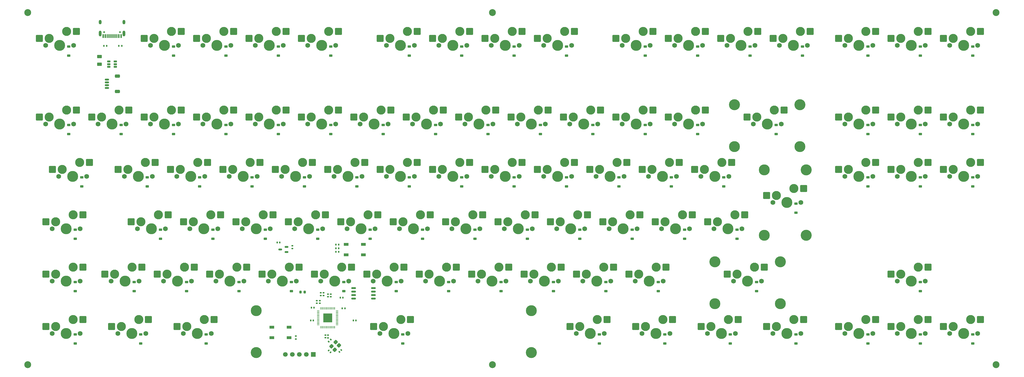
<source format=gbr>
%TF.GenerationSoftware,KiCad,Pcbnew,9.0.2*%
%TF.CreationDate,2025-07-01T21:42:39+02:00*%
%TF.ProjectId,TKL_PCB,544b4c5f-5043-4422-9e6b-696361645f70,rev?*%
%TF.SameCoordinates,Original*%
%TF.FileFunction,Soldermask,Bot*%
%TF.FilePolarity,Negative*%
%FSLAX46Y46*%
G04 Gerber Fmt 4.6, Leading zero omitted, Abs format (unit mm)*
G04 Created by KiCad (PCBNEW 9.0.2) date 2025-07-01 21:42:39*
%MOMM*%
%LPD*%
G01*
G04 APERTURE LIST*
G04 Aperture macros list*
%AMRoundRect*
0 Rectangle with rounded corners*
0 $1 Rounding radius*
0 $2 $3 $4 $5 $6 $7 $8 $9 X,Y pos of 4 corners*
0 Add a 4 corners polygon primitive as box body*
4,1,4,$2,$3,$4,$5,$6,$7,$8,$9,$2,$3,0*
0 Add four circle primitives for the rounded corners*
1,1,$1+$1,$2,$3*
1,1,$1+$1,$4,$5*
1,1,$1+$1,$6,$7*
1,1,$1+$1,$8,$9*
0 Add four rect primitives between the rounded corners*
20,1,$1+$1,$2,$3,$4,$5,0*
20,1,$1+$1,$4,$5,$6,$7,0*
20,1,$1+$1,$6,$7,$8,$9,0*
20,1,$1+$1,$8,$9,$2,$3,0*%
G04 Aperture macros list end*
%ADD10C,2.500000*%
%ADD11C,4.000000*%
%ADD12C,3.987800*%
%ADD13C,1.750000*%
%ADD14C,3.300000*%
%ADD15RoundRect,0.250000X1.025000X1.000000X-1.025000X1.000000X-1.025000X-1.000000X1.025000X-1.000000X0*%
%ADD16RoundRect,0.225000X0.375000X-0.225000X0.375000X0.225000X-0.375000X0.225000X-0.375000X-0.225000X0*%
%ADD17RoundRect,0.140000X-0.140000X-0.170000X0.140000X-0.170000X0.140000X0.170000X-0.140000X0.170000X0*%
%ADD18RoundRect,0.140000X0.170000X-0.140000X0.170000X0.140000X-0.170000X0.140000X-0.170000X-0.140000X0*%
%ADD19RoundRect,0.135000X0.135000X0.185000X-0.135000X0.185000X-0.135000X-0.185000X0.135000X-0.185000X0*%
%ADD20RoundRect,0.135000X0.035355X-0.226274X0.226274X-0.035355X-0.035355X0.226274X-0.226274X0.035355X0*%
%ADD21RoundRect,0.140000X0.140000X0.170000X-0.140000X0.170000X-0.140000X-0.170000X0.140000X-0.170000X0*%
%ADD22R,1.700000X1.000000*%
%ADD23RoundRect,0.140000X-0.170000X0.140000X-0.170000X-0.140000X0.170000X-0.140000X0.170000X0.140000X0*%
%ADD24RoundRect,0.150000X0.512500X0.150000X-0.512500X0.150000X-0.512500X-0.150000X0.512500X-0.150000X0*%
%ADD25RoundRect,0.135000X-0.185000X0.135000X-0.185000X-0.135000X0.185000X-0.135000X0.185000X0.135000X0*%
%ADD26RoundRect,0.135000X-0.135000X-0.185000X0.135000X-0.185000X0.135000X0.185000X-0.135000X0.185000X0*%
%ADD27C,0.650000*%
%ADD28R,0.600000X1.450000*%
%ADD29R,0.300000X1.450000*%
%ADD30O,1.000000X1.600000*%
%ADD31O,1.000000X2.100000*%
%ADD32RoundRect,0.140000X0.219203X0.021213X0.021213X0.219203X-0.219203X-0.021213X-0.021213X-0.219203X0*%
%ADD33RoundRect,0.250000X-0.070711X-0.565685X0.565685X0.070711X0.070711X0.565685X-0.565685X-0.070711X0*%
%ADD34RoundRect,0.150000X-0.625000X0.150000X-0.625000X-0.150000X0.625000X-0.150000X0.625000X0.150000X0*%
%ADD35RoundRect,0.250000X-0.650000X0.350000X-0.650000X-0.350000X0.650000X-0.350000X0.650000X0.350000X0*%
%ADD36RoundRect,0.050000X0.387500X0.050000X-0.387500X0.050000X-0.387500X-0.050000X0.387500X-0.050000X0*%
%ADD37RoundRect,0.050000X0.050000X0.387500X-0.050000X0.387500X-0.050000X-0.387500X0.050000X-0.387500X0*%
%ADD38R,3.200000X3.200000*%
%ADD39RoundRect,0.150000X0.475000X0.150000X-0.475000X0.150000X-0.475000X-0.150000X0.475000X-0.150000X0*%
%ADD40RoundRect,0.162500X0.650000X0.162500X-0.650000X0.162500X-0.650000X-0.162500X0.650000X-0.162500X0*%
%ADD41RoundRect,0.225000X0.225000X0.250000X-0.225000X0.250000X-0.225000X-0.250000X0.225000X-0.250000X0*%
%ADD42RoundRect,0.140000X0.021213X-0.219203X0.219203X-0.021213X-0.021213X0.219203X-0.219203X0.021213X0*%
%ADD43R,1.700000X1.700000*%
%ADD44C,1.700000*%
%ADD45RoundRect,0.250000X-0.625000X0.375000X-0.625000X-0.375000X0.625000X-0.375000X0.625000X0.375000X0*%
G04 APERTURE END LIST*
D10*
%TO.C,H6*%
X364093750Y-142637500D03*
%TD*%
%TO.C,H5*%
X180975000Y-142637500D03*
%TD*%
%TO.C,H4*%
X12143750Y-142637500D03*
%TD*%
%TO.C,H3*%
X364093750Y-14525000D03*
%TD*%
%TO.C,H2*%
X180975000Y-14525000D03*
%TD*%
%TO.C,H1*%
X12143750Y-14525000D03*
%TD*%
D11*
%TO.C,S3*%
X268988750Y-48120000D03*
D12*
X268988750Y-63360000D03*
D11*
X292801250Y-48120000D03*
D12*
X292801250Y-63360000D03*
%TD*%
D11*
%TO.C,S2*%
X261845050Y-105270000D03*
D12*
X261845050Y-120510000D03*
D11*
X285657550Y-105270000D03*
D12*
X285657550Y-120510000D03*
%TD*%
D11*
%TO.C,S1*%
X195170050Y-138290000D03*
D12*
X195170050Y-123050000D03*
D11*
X95157550Y-138290000D03*
D12*
X95157550Y-123050000D03*
%TD*%
%TO.C,S4*%
X279783800Y-71773750D03*
X279783800Y-95586250D03*
D11*
X295023800Y-71773750D03*
X295023800Y-95586250D03*
%TD*%
D13*
%TO.C,MX72*%
X185962500Y-112255000D03*
D12*
X180882500Y-112255000D03*
D13*
X175802500Y-112255000D03*
D14*
X177072500Y-109715000D03*
D15*
X173522500Y-109715000D03*
X186972500Y-107175000D03*
D14*
X183422500Y-107175000D03*
%TD*%
D13*
%TO.C,MX53*%
X81187500Y-93205000D03*
D12*
X76107500Y-93205000D03*
D13*
X71027500Y-93205000D03*
D14*
X72297500Y-90665000D03*
D15*
X68747500Y-90665000D03*
X82197500Y-88125000D03*
D14*
X78647500Y-88125000D03*
%TD*%
D16*
%TO.C,D5*%
X122237500Y-30225000D03*
X122237500Y-26925000D03*
%TD*%
%TO.C,D59*%
X193675000Y-96900000D03*
X193675000Y-93600000D03*
%TD*%
%TO.C,D51*%
X29362500Y-96900000D03*
X29362500Y-93600000D03*
%TD*%
D17*
%TO.C,C9*%
X130434646Y-126601094D03*
X131394646Y-126601094D03*
%TD*%
D16*
%TO.C,D2*%
X65087500Y-30225000D03*
X65087500Y-26925000D03*
%TD*%
D13*
%TO.C,MX55*%
X119287500Y-93205000D03*
D12*
X114207500Y-93205000D03*
D13*
X109127500Y-93205000D03*
D14*
X110397500Y-90665000D03*
D15*
X106847500Y-90665000D03*
X120297500Y-88125000D03*
D14*
X116747500Y-88125000D03*
%TD*%
D13*
%TO.C,MX64*%
X31181300Y-112255000D03*
D12*
X26101300Y-112255000D03*
D13*
X21021300Y-112255000D03*
D14*
X22291300Y-109715000D03*
D15*
X18741300Y-109715000D03*
X32191300Y-107175000D03*
D14*
X28641300Y-107175000D03*
%TD*%
D16*
%TO.C,D82*%
X219868800Y-135000000D03*
X219868800Y-131700000D03*
%TD*%
%TO.C,D60*%
X212725000Y-96900000D03*
X212725000Y-93600000D03*
%TD*%
%TO.C,D65*%
X50800000Y-115950000D03*
X50800000Y-112650000D03*
%TD*%
%TO.C,D73*%
X203200000Y-115950000D03*
X203200000Y-112650000D03*
%TD*%
D18*
%TO.C,C15*%
X117189750Y-120318650D03*
X117189750Y-119358650D03*
%TD*%
D19*
%TO.C,R2*%
X40834499Y-26633400D03*
X39814501Y-26633400D03*
%TD*%
D16*
%TO.C,D56*%
X136525000Y-96900000D03*
X136525000Y-93600000D03*
%TD*%
%TO.C,D55*%
X117475000Y-96900000D03*
X117475000Y-93600000D03*
%TD*%
D20*
%TO.C,R6*%
X121516252Y-134255018D03*
X122237500Y-133533770D03*
%TD*%
D21*
%TO.C,C1*%
X103749739Y-98185175D03*
X102789739Y-98185175D03*
%TD*%
D16*
%TO.C,D23*%
X141287500Y-58800000D03*
X141287500Y-55500000D03*
%TD*%
D13*
%TO.C,MX54*%
X100237500Y-93205000D03*
D12*
X95157500Y-93205000D03*
D13*
X90077500Y-93205000D03*
D14*
X91347500Y-90665000D03*
D15*
X87797500Y-90665000D03*
X101247500Y-88125000D03*
D14*
X97697500Y-88125000D03*
%TD*%
D16*
%TO.C,D45*%
X246062500Y-77850000D03*
X246062500Y-74550000D03*
%TD*%
D13*
%TO.C,MX75*%
X243112500Y-112255000D03*
D12*
X238032500Y-112255000D03*
D13*
X232952500Y-112255000D03*
D14*
X234222500Y-109715000D03*
D15*
X230672500Y-109715000D03*
X244122500Y-107175000D03*
D14*
X240572500Y-107175000D03*
%TD*%
D22*
%TO.C,SW1*%
X107131250Y-129068750D03*
X100831250Y-129068750D03*
X107131250Y-132868750D03*
X100831250Y-132868750D03*
%TD*%
D13*
%TO.C,MX56*%
X138337500Y-93205000D03*
D12*
X133257500Y-93205000D03*
D13*
X128177500Y-93205000D03*
D14*
X129447500Y-90665000D03*
D15*
X125897500Y-90665000D03*
X139347500Y-88125000D03*
D14*
X135797500Y-88125000D03*
%TD*%
D16*
%TO.C,D32*%
X336550000Y-58800000D03*
X336550000Y-55500000D03*
%TD*%
%TO.C,D14*%
X317500000Y-30225000D03*
X317500000Y-26925000D03*
%TD*%
%TO.C,D7*%
X169862500Y-30225000D03*
X169862500Y-26925000D03*
%TD*%
D13*
%TO.C,MX65*%
X52612500Y-112255000D03*
D12*
X47532500Y-112255000D03*
D13*
X42452500Y-112255000D03*
D14*
X43722500Y-109715000D03*
D15*
X40172500Y-109715000D03*
X53622500Y-107175000D03*
D14*
X50072500Y-107175000D03*
%TD*%
D13*
%TO.C,MX73*%
X205012500Y-112255000D03*
D12*
X199932500Y-112255000D03*
D13*
X194852500Y-112255000D03*
D14*
X196122500Y-109715000D03*
D15*
X192572500Y-109715000D03*
X206022500Y-107175000D03*
D14*
X202472500Y-107175000D03*
%TD*%
D16*
%TO.C,D41*%
X169862500Y-77850000D03*
X169862500Y-74550000D03*
%TD*%
%TO.C,D10*%
X236537500Y-30225000D03*
X236537500Y-26925000D03*
%TD*%
D13*
%TO.C,MX44*%
X228825000Y-74155000D03*
D12*
X223745000Y-74155000D03*
D13*
X218665000Y-74155000D03*
D14*
X219935000Y-71615000D03*
D15*
X216385000Y-71615000D03*
X229835000Y-69075000D03*
D14*
X226285000Y-69075000D03*
%TD*%
D13*
%TO.C,MX32*%
X338362500Y-55105000D03*
D12*
X333282500Y-55105000D03*
D13*
X328202500Y-55105000D03*
D14*
X329472500Y-52565000D03*
D15*
X325922500Y-52565000D03*
X339372500Y-50025000D03*
D14*
X335822500Y-50025000D03*
%TD*%
D13*
%TO.C,MX8*%
X190725000Y-26530000D03*
D12*
X185645000Y-26530000D03*
D13*
X180565000Y-26530000D03*
D14*
X181835000Y-23990000D03*
D15*
X178285000Y-23990000D03*
X191735000Y-21450000D03*
D14*
X188185000Y-21450000D03*
%TD*%
D19*
%TO.C,R7*%
X125152300Y-101590967D03*
X124132302Y-101590967D03*
%TD*%
D16*
%TO.C,D15*%
X336550000Y-30225000D03*
X336550000Y-26925000D03*
%TD*%
D13*
%TO.C,MX15*%
X338362500Y-26530000D03*
D12*
X333282500Y-26530000D03*
D13*
X328202500Y-26530000D03*
D14*
X329472500Y-23990000D03*
D15*
X325922500Y-23990000D03*
X339372500Y-21450000D03*
D14*
X335822500Y-21450000D03*
%TD*%
D23*
%TO.C,C5*%
X120308077Y-131919244D03*
X120308077Y-132879244D03*
%TD*%
D13*
%TO.C,MX17*%
X28800000Y-55105000D03*
D12*
X23720000Y-55105000D03*
D13*
X18640000Y-55105000D03*
D14*
X19910000Y-52565000D03*
D15*
X16360000Y-52565000D03*
X29810000Y-50025000D03*
D14*
X26260000Y-50025000D03*
%TD*%
D16*
%TO.C,D33*%
X355600000Y-58800000D03*
X355600000Y-55500000D03*
%TD*%
%TO.C,D22*%
X122237500Y-58800000D03*
X122237500Y-55500000D03*
%TD*%
%TO.C,D26*%
X198437500Y-58800000D03*
X198437500Y-55500000D03*
%TD*%
D13*
%TO.C,MX83*%
X245493800Y-131305000D03*
D12*
X240413800Y-131305000D03*
D13*
X235333800Y-131305000D03*
D14*
X236603800Y-128765000D03*
D15*
X233053800Y-128765000D03*
X246503800Y-126225000D03*
D14*
X242953800Y-126225000D03*
%TD*%
D16*
%TO.C,D77*%
X336550000Y-115950000D03*
X336550000Y-112650000D03*
%TD*%
D19*
%TO.C,R9*%
X125177655Y-98978881D03*
X124157657Y-98978881D03*
%TD*%
D24*
%TO.C,U2*%
X106181129Y-99802154D03*
X106181129Y-101702154D03*
X103906129Y-100752154D03*
%TD*%
D13*
%TO.C,MX67*%
X90712500Y-112255000D03*
D12*
X85632500Y-112255000D03*
D13*
X80552500Y-112255000D03*
D14*
X81822500Y-109715000D03*
D15*
X78272500Y-109715000D03*
X91722500Y-107175000D03*
D14*
X88172500Y-107175000D03*
%TD*%
D13*
%TO.C,MX87*%
X338362500Y-131305000D03*
D12*
X333282500Y-131305000D03*
D13*
X328202500Y-131305000D03*
D14*
X329472500Y-128765000D03*
D15*
X325922500Y-128765000D03*
X339372500Y-126225000D03*
D14*
X335822500Y-126225000D03*
%TD*%
D13*
%TO.C,MX82*%
X221681300Y-131305000D03*
D12*
X216601300Y-131305000D03*
D13*
X211521300Y-131305000D03*
D14*
X212791300Y-128765000D03*
D15*
X209241300Y-128765000D03*
X222691300Y-126225000D03*
D14*
X219141300Y-126225000D03*
%TD*%
D16*
%TO.C,D71*%
X165100000Y-115950000D03*
X165100000Y-112650000D03*
%TD*%
%TO.C,D18*%
X46037500Y-58800000D03*
X46037500Y-55500000D03*
%TD*%
D13*
%TO.C,MX26*%
X200250000Y-55105000D03*
D12*
X195170000Y-55105000D03*
D13*
X190090000Y-55105000D03*
D14*
X191360000Y-52565000D03*
D15*
X187810000Y-52565000D03*
X201260000Y-50025000D03*
D14*
X197710000Y-50025000D03*
%TD*%
D13*
%TO.C,MX37*%
X95475000Y-74155000D03*
D12*
X90395000Y-74155000D03*
D13*
X85315000Y-74155000D03*
D14*
X86585000Y-71615000D03*
D15*
X83035000Y-71615000D03*
X96485000Y-69075000D03*
D14*
X92935000Y-69075000D03*
%TD*%
D13*
%TO.C,MX84*%
X269306300Y-131305000D03*
D12*
X264226300Y-131305000D03*
D13*
X259146300Y-131305000D03*
D14*
X260416300Y-128765000D03*
D15*
X256866300Y-128765000D03*
X270316300Y-126225000D03*
D14*
X266766300Y-126225000D03*
%TD*%
D16*
%TO.C,D8*%
X188912500Y-30225000D03*
X188912500Y-26925000D03*
%TD*%
D13*
%TO.C,MX27*%
X219300000Y-55105000D03*
D12*
X214220000Y-55105000D03*
D13*
X209140000Y-55105000D03*
D14*
X210410000Y-52565000D03*
D15*
X206860000Y-52565000D03*
X220310000Y-50025000D03*
D14*
X216760000Y-50025000D03*
%TD*%
D16*
%TO.C,D52*%
X60325000Y-96900000D03*
X60325000Y-93600000D03*
%TD*%
%TO.C,D58*%
X174625000Y-96900000D03*
X174625000Y-93600000D03*
%TD*%
%TO.C,D86*%
X317500000Y-135000000D03*
X317500000Y-131700000D03*
%TD*%
D18*
%TO.C,C13*%
X122237500Y-117939300D03*
X122237500Y-116979300D03*
%TD*%
D13*
%TO.C,MX19*%
X66900000Y-55105000D03*
D12*
X61820000Y-55105000D03*
D13*
X56740000Y-55105000D03*
D14*
X58010000Y-52565000D03*
D15*
X54460000Y-52565000D03*
X67910000Y-50025000D03*
D14*
X64360000Y-50025000D03*
%TD*%
D13*
%TO.C,MX22*%
X124050000Y-55105000D03*
D12*
X118970000Y-55105000D03*
D13*
X113890000Y-55105000D03*
D14*
X115160000Y-52565000D03*
D15*
X111610000Y-52565000D03*
X125060000Y-50025000D03*
D14*
X121510000Y-50025000D03*
%TD*%
D25*
%TO.C,R4*%
X119646646Y-116495794D03*
X119646646Y-117515794D03*
%TD*%
D13*
%TO.C,MX63*%
X271687500Y-93205000D03*
D12*
X266607500Y-93205000D03*
D13*
X261527500Y-93205000D03*
D14*
X262797500Y-90665000D03*
D15*
X259247500Y-90665000D03*
X272697500Y-88125000D03*
D14*
X269147500Y-88125000D03*
%TD*%
D22*
%TO.C,SW2*%
X134118749Y-98930535D03*
X127818751Y-98930535D03*
X134118749Y-102730535D03*
X127818751Y-102730535D03*
%TD*%
D13*
%TO.C,MX57*%
X157387500Y-93205000D03*
D12*
X152307500Y-93205000D03*
D13*
X147227500Y-93205000D03*
D14*
X148497500Y-90665000D03*
D15*
X144947500Y-90665000D03*
X158397500Y-88125000D03*
D14*
X154847500Y-88125000D03*
%TD*%
D16*
%TO.C,D64*%
X29368800Y-115950000D03*
X29368800Y-112650000D03*
%TD*%
D26*
%TO.C,R8*%
X124121262Y-100360420D03*
X125141260Y-100360420D03*
%TD*%
D16*
%TO.C,D24*%
X160337500Y-58800000D03*
X160337500Y-55500000D03*
%TD*%
D13*
%TO.C,MX71*%
X166912500Y-112255000D03*
D12*
X161832500Y-112255000D03*
D13*
X156752500Y-112255000D03*
D14*
X158022500Y-109715000D03*
D15*
X154472500Y-109715000D03*
X167922500Y-107175000D03*
D14*
X164372500Y-107175000D03*
%TD*%
D13*
%TO.C,MX24*%
X162150000Y-55105000D03*
D12*
X157070000Y-55105000D03*
D13*
X151990000Y-55105000D03*
D14*
X153260000Y-52565000D03*
D15*
X149710000Y-52565000D03*
X163160000Y-50025000D03*
D14*
X159610000Y-50025000D03*
%TD*%
D13*
%TO.C,MX20*%
X85950000Y-55105000D03*
D12*
X80870000Y-55105000D03*
D13*
X75790000Y-55105000D03*
D14*
X77060000Y-52565000D03*
D15*
X73510000Y-52565000D03*
X86960000Y-50025000D03*
D14*
X83410000Y-50025000D03*
%TD*%
D13*
%TO.C,MX4*%
X105000000Y-26530000D03*
D12*
X99920000Y-26530000D03*
D13*
X94840000Y-26530000D03*
D14*
X96110000Y-23990000D03*
D15*
X92560000Y-23990000D03*
X106010000Y-21450000D03*
D14*
X102460000Y-21450000D03*
%TD*%
D13*
%TO.C,MX2*%
X66900000Y-26530000D03*
D12*
X61820000Y-26530000D03*
D13*
X56740000Y-26530000D03*
D14*
X58010000Y-23990000D03*
D15*
X54460000Y-23990000D03*
X67910000Y-21450000D03*
D14*
X64360000Y-21450000D03*
%TD*%
D13*
%TO.C,MX18*%
X47850000Y-55105000D03*
D12*
X42770000Y-55105000D03*
D13*
X37690000Y-55105000D03*
D14*
X38960000Y-52565000D03*
D15*
X35410000Y-52565000D03*
X48860000Y-50025000D03*
D14*
X45310000Y-50025000D03*
%TD*%
D13*
%TO.C,MX61*%
X233587500Y-93205000D03*
D12*
X228507500Y-93205000D03*
D13*
X223427500Y-93205000D03*
D14*
X224697500Y-90665000D03*
D15*
X221147500Y-90665000D03*
X234597500Y-88125000D03*
D14*
X231047500Y-88125000D03*
%TD*%
D16*
%TO.C,D6*%
X150812500Y-30225000D03*
X150812500Y-26925000D03*
%TD*%
D13*
%TO.C,MX3*%
X85950000Y-26530000D03*
D12*
X80870000Y-26530000D03*
D13*
X75790000Y-26530000D03*
D14*
X77060000Y-23990000D03*
D15*
X73510000Y-23990000D03*
X86960000Y-21450000D03*
D14*
X83410000Y-21450000D03*
%TD*%
D16*
%TO.C,D85*%
X291306300Y-135000000D03*
X291306300Y-131700000D03*
%TD*%
%TO.C,D49*%
X336550000Y-77850000D03*
X336550000Y-74550000D03*
%TD*%
D17*
%TO.C,C8*%
X126426746Y-122179694D03*
X127386746Y-122179694D03*
%TD*%
D13*
%TO.C,MX38*%
X114525000Y-74155000D03*
D12*
X109445000Y-74155000D03*
D13*
X104365000Y-74155000D03*
D14*
X105635000Y-71615000D03*
D15*
X102085000Y-71615000D03*
X115535000Y-69075000D03*
D14*
X111985000Y-69075000D03*
%TD*%
D13*
%TO.C,MX88*%
X357412500Y-131305000D03*
D12*
X352332500Y-131305000D03*
D13*
X347252500Y-131305000D03*
D14*
X348522500Y-128765000D03*
D15*
X344972500Y-128765000D03*
X358422500Y-126225000D03*
D14*
X354872500Y-126225000D03*
%TD*%
D16*
%TO.C,D70*%
X146050000Y-115950000D03*
X146050000Y-112650000D03*
%TD*%
%TO.C,D79*%
X53181300Y-135000000D03*
X53181300Y-131700000D03*
%TD*%
D13*
%TO.C,MX40*%
X152625000Y-74155000D03*
D12*
X147545000Y-74155000D03*
D13*
X142465000Y-74155000D03*
D14*
X143735000Y-71615000D03*
D15*
X140185000Y-71615000D03*
X153635000Y-69075000D03*
D14*
X150085000Y-69075000D03*
%TD*%
D16*
%TO.C,D39*%
X131762500Y-77850000D03*
X131762500Y-74550000D03*
%TD*%
D13*
%TO.C,MX41*%
X171675000Y-74155000D03*
D12*
X166595000Y-74155000D03*
D13*
X161515000Y-74155000D03*
D14*
X162785000Y-71615000D03*
D15*
X159235000Y-71615000D03*
X172685000Y-69075000D03*
D14*
X169135000Y-69075000D03*
%TD*%
D16*
%TO.C,D88*%
X355600000Y-135000000D03*
X355600000Y-131700000D03*
%TD*%
D21*
%TO.C,C7*%
X115936746Y-126573694D03*
X114976746Y-126573694D03*
%TD*%
D13*
%TO.C,MX70*%
X147862500Y-112255000D03*
D12*
X142782500Y-112255000D03*
D13*
X137702500Y-112255000D03*
D14*
X138972500Y-109715000D03*
D15*
X135422500Y-109715000D03*
X148872500Y-107175000D03*
D14*
X145322500Y-107175000D03*
%TD*%
D18*
%TO.C,C4*%
X118268750Y-120336250D03*
X118268750Y-119376250D03*
%TD*%
D13*
%TO.C,MX13*%
X295500000Y-26530000D03*
D12*
X290420000Y-26530000D03*
D13*
X285340000Y-26530000D03*
D14*
X286610000Y-23990000D03*
D15*
X283060000Y-23990000D03*
X296510000Y-21450000D03*
D14*
X292960000Y-21450000D03*
%TD*%
D16*
%TO.C,D48*%
X317500000Y-77850000D03*
X317500000Y-74550000D03*
%TD*%
D18*
%TO.C,C2*%
X108312229Y-100381154D03*
X108312229Y-99421154D03*
%TD*%
D13*
%TO.C,MX42*%
X190725000Y-74155000D03*
D12*
X185645000Y-74155000D03*
D13*
X180565000Y-74155000D03*
D14*
X181835000Y-71615000D03*
D15*
X178285000Y-71615000D03*
X191735000Y-69075000D03*
D14*
X188185000Y-69075000D03*
%TD*%
D13*
%TO.C,MX25*%
X181200000Y-55105000D03*
D12*
X176120000Y-55105000D03*
D13*
X171040000Y-55105000D03*
D14*
X172310000Y-52565000D03*
D15*
X168760000Y-52565000D03*
X182210000Y-50025000D03*
D14*
X178660000Y-50025000D03*
%TD*%
D13*
%TO.C,MX34*%
X33562500Y-74155000D03*
D12*
X28482500Y-74155000D03*
D13*
X23402500Y-74155000D03*
D14*
X24672500Y-71615000D03*
D15*
X21122500Y-71615000D03*
X34572500Y-69075000D03*
D14*
X31022500Y-69075000D03*
%TD*%
D16*
%TO.C,D81*%
X148431300Y-135000000D03*
X148431300Y-131700000D03*
%TD*%
D13*
%TO.C,MX23*%
X143100000Y-55105000D03*
D12*
X138020000Y-55105000D03*
D13*
X132940000Y-55105000D03*
D14*
X134210000Y-52565000D03*
D15*
X130660000Y-52565000D03*
X144110000Y-50025000D03*
D14*
X140560000Y-50025000D03*
%TD*%
D16*
%TO.C,D76*%
X277018800Y-115950000D03*
X277018800Y-112650000D03*
%TD*%
%TO.C,D36*%
X74612500Y-77850000D03*
X74612500Y-74550000D03*
%TD*%
D27*
%TO.C,J1*%
X39880000Y-21650000D03*
X45660000Y-21650000D03*
D28*
X39520000Y-23095000D03*
X40320000Y-23095000D03*
D29*
X41520000Y-23095000D03*
X42520000Y-23095000D03*
X43020000Y-23095000D03*
X44020000Y-23095000D03*
D28*
X45220000Y-23095000D03*
X46020000Y-23095000D03*
X46020000Y-23095000D03*
X45220000Y-23095000D03*
D29*
X44520000Y-23095000D03*
X43520000Y-23095000D03*
X42020000Y-23095000D03*
X41020000Y-23095000D03*
D28*
X40320000Y-23095000D03*
X39520000Y-23095000D03*
D30*
X38450000Y-18000000D03*
D31*
X38450000Y-22180000D03*
D30*
X47090000Y-18000000D03*
D31*
X47090000Y-22180000D03*
%TD*%
D26*
%TO.C,R1*%
X45252201Y-26642100D03*
X46272199Y-26642100D03*
%TD*%
D13*
%TO.C,MX52*%
X62137500Y-93205000D03*
D12*
X57057500Y-93205000D03*
D13*
X51977500Y-93205000D03*
D14*
X53247500Y-90665000D03*
D15*
X49697500Y-90665000D03*
X63147500Y-88125000D03*
D14*
X59597500Y-88125000D03*
%TD*%
D16*
%TO.C,D80*%
X76993800Y-135000000D03*
X76993800Y-131700000D03*
%TD*%
%TO.C,D46*%
X265112500Y-77850000D03*
X265112500Y-74550000D03*
%TD*%
D32*
%TO.C,C11*%
X122156787Y-138156405D03*
X121477965Y-137477583D03*
%TD*%
D21*
%TO.C,C12*%
X126686250Y-118268750D03*
X125726250Y-118268750D03*
%TD*%
D16*
%TO.C,D4*%
X103187500Y-30225000D03*
X103187500Y-26925000D03*
%TD*%
D13*
%TO.C,MX74*%
X224062500Y-112255000D03*
D12*
X218982500Y-112255000D03*
D13*
X213902500Y-112255000D03*
D14*
X215172500Y-109715000D03*
D15*
X211622500Y-109715000D03*
X225072500Y-107175000D03*
D14*
X221522500Y-107175000D03*
%TD*%
D16*
%TO.C,D83*%
X243681300Y-135000000D03*
X243681300Y-131700000D03*
%TD*%
%TO.C,D38*%
X112712500Y-77850000D03*
X112712500Y-74550000D03*
%TD*%
D33*
%TO.C,Y1*%
X122491018Y-136015771D03*
X124046653Y-134460136D03*
X125248734Y-135662217D03*
X123693099Y-137217852D03*
%TD*%
D16*
%TO.C,D16*%
X355600000Y-30225000D03*
X355600000Y-26925000D03*
%TD*%
D23*
%TO.C,C16*%
X121262670Y-131930409D03*
X121262670Y-132890409D03*
%TD*%
D16*
%TO.C,D3*%
X84137500Y-30225000D03*
X84137500Y-26925000D03*
%TD*%
D13*
%TO.C,MX35*%
X57375000Y-74155000D03*
D12*
X52295000Y-74155000D03*
D13*
X47215000Y-74155000D03*
D14*
X48485000Y-71615000D03*
D15*
X44935000Y-71615000D03*
X58385000Y-69075000D03*
D14*
X54835000Y-69075000D03*
%TD*%
D34*
%TO.C,J2*%
X40862500Y-38981250D03*
X40862500Y-39981250D03*
X40862500Y-40981250D03*
X40862500Y-41981250D03*
D35*
X44737500Y-37681250D03*
X44737500Y-43281250D03*
%TD*%
D16*
%TO.C,D21*%
X103187500Y-58800000D03*
X103187500Y-55500000D03*
%TD*%
%TO.C,D37*%
X93662500Y-77850000D03*
X93662500Y-74550000D03*
%TD*%
D18*
%TO.C,C14*%
X121211700Y-117955000D03*
X121211700Y-116995000D03*
%TD*%
D13*
%TO.C,MX21*%
X105000000Y-55105000D03*
D12*
X99920000Y-55105000D03*
D13*
X94840000Y-55105000D03*
D14*
X96110000Y-52565000D03*
D15*
X92560000Y-52565000D03*
X106010000Y-50025000D03*
D14*
X102460000Y-50025000D03*
%TD*%
D16*
%TO.C,D61*%
X231775000Y-96900000D03*
X231775000Y-93600000D03*
%TD*%
D13*
%TO.C,MX33*%
X357412500Y-55105000D03*
D12*
X352332500Y-55105000D03*
D13*
X347252500Y-55105000D03*
D14*
X348522500Y-52565000D03*
D15*
X344972500Y-52565000D03*
X358422500Y-50025000D03*
D14*
X354872500Y-50025000D03*
%TD*%
D13*
%TO.C,MX78*%
X31181300Y-131305000D03*
D12*
X26101300Y-131305000D03*
D13*
X21021300Y-131305000D03*
D14*
X22291300Y-128765000D03*
D15*
X18741300Y-128765000D03*
X32191300Y-126225000D03*
D14*
X28641300Y-126225000D03*
%TD*%
D13*
%TO.C,MX62*%
X252637500Y-93205000D03*
D12*
X247557500Y-93205000D03*
D13*
X242477500Y-93205000D03*
D14*
X243747500Y-90665000D03*
D15*
X240197500Y-90665000D03*
X253647500Y-88125000D03*
D14*
X250097500Y-88125000D03*
%TD*%
D13*
%TO.C,MX47*%
X293118800Y-83680000D03*
D12*
X288038800Y-83680000D03*
D13*
X282958800Y-83680000D03*
D14*
X284228800Y-81140000D03*
D15*
X280678800Y-81140000D03*
X294128800Y-78600000D03*
D14*
X290578800Y-78600000D03*
%TD*%
D13*
%TO.C,MX45*%
X247875000Y-74155000D03*
D12*
X242795000Y-74155000D03*
D13*
X237715000Y-74155000D03*
D14*
X238985000Y-71615000D03*
D15*
X235435000Y-71615000D03*
X248885000Y-69075000D03*
D14*
X245335000Y-69075000D03*
%TD*%
D25*
%TO.C,R3*%
X109528428Y-132291877D03*
X109528428Y-133311875D03*
%TD*%
D16*
%TO.C,D34*%
X31750000Y-77850000D03*
X31750000Y-74550000D03*
%TD*%
D13*
%TO.C,MX51*%
X31175000Y-93205000D03*
D12*
X26095000Y-93205000D03*
D13*
X21015000Y-93205000D03*
D14*
X22285000Y-90665000D03*
D15*
X18735000Y-90665000D03*
X32185000Y-88125000D03*
D14*
X28635000Y-88125000D03*
%TD*%
D16*
%TO.C,D78*%
X29368800Y-135000000D03*
X29368800Y-131700000D03*
%TD*%
%TO.C,D13*%
X293687500Y-30225000D03*
X293687500Y-26925000D03*
%TD*%
D13*
%TO.C,MX50*%
X357412500Y-74155000D03*
D12*
X352332500Y-74155000D03*
D13*
X347252500Y-74155000D03*
D14*
X348522500Y-71615000D03*
D15*
X344972500Y-71615000D03*
X358422500Y-69075000D03*
D14*
X354872500Y-69075000D03*
%TD*%
D36*
%TO.C,U1*%
X124572146Y-123006794D03*
X124572146Y-123406794D03*
X124572146Y-123806794D03*
X124572146Y-124206794D03*
X124572146Y-124606794D03*
X124572146Y-125006794D03*
X124572146Y-125406794D03*
X124572146Y-125806794D03*
X124572146Y-126206794D03*
X124572146Y-126606794D03*
X124572146Y-127006794D03*
X124572146Y-127406794D03*
X124572146Y-127806794D03*
X124572146Y-128206794D03*
D37*
X123734646Y-129044294D03*
X123334646Y-129044294D03*
X122934646Y-129044294D03*
X122534646Y-129044294D03*
X122134646Y-129044294D03*
X121734646Y-129044294D03*
X121334646Y-129044294D03*
X120934646Y-129044294D03*
X120534646Y-129044294D03*
X120134646Y-129044294D03*
X119734646Y-129044294D03*
X119334646Y-129044294D03*
X118934646Y-129044294D03*
X118534646Y-129044294D03*
D36*
X117697146Y-128206794D03*
X117697146Y-127806794D03*
X117697146Y-127406794D03*
X117697146Y-127006794D03*
X117697146Y-126606794D03*
X117697146Y-126206794D03*
X117697146Y-125806794D03*
X117697146Y-125406794D03*
X117697146Y-125006794D03*
X117697146Y-124606794D03*
X117697146Y-124206794D03*
X117697146Y-123806794D03*
X117697146Y-123406794D03*
X117697146Y-123006794D03*
D37*
X118534646Y-122169294D03*
X118934646Y-122169294D03*
X119334646Y-122169294D03*
X119734646Y-122169294D03*
X120134646Y-122169294D03*
X120534646Y-122169294D03*
X120934646Y-122169294D03*
X121334646Y-122169294D03*
X121734646Y-122169294D03*
X122134646Y-122169294D03*
X122534646Y-122169294D03*
X122934646Y-122169294D03*
X123334646Y-122169294D03*
X123734646Y-122169294D03*
D38*
X121134646Y-125606794D03*
%TD*%
D16*
%TO.C,D53*%
X79375000Y-96900000D03*
X79375000Y-93600000D03*
%TD*%
%TO.C,D44*%
X227012500Y-77850000D03*
X227012500Y-74550000D03*
%TD*%
D13*
%TO.C,MX68*%
X109762500Y-112255000D03*
D12*
X104682500Y-112255000D03*
D13*
X99602500Y-112255000D03*
D14*
X100872500Y-109715000D03*
D15*
X97322500Y-109715000D03*
X110772500Y-107175000D03*
D14*
X107222500Y-107175000D03*
%TD*%
D13*
%TO.C,MX46*%
X266925000Y-74155000D03*
D12*
X261845000Y-74155000D03*
D13*
X256765000Y-74155000D03*
D14*
X258035000Y-71615000D03*
D15*
X254485000Y-71615000D03*
X267935000Y-69075000D03*
D14*
X264385000Y-69075000D03*
%TD*%
D13*
%TO.C,MX7*%
X171675000Y-26530000D03*
D12*
X166595000Y-26530000D03*
D13*
X161515000Y-26530000D03*
D14*
X162785000Y-23990000D03*
D15*
X159235000Y-23990000D03*
X172685000Y-21450000D03*
D14*
X169135000Y-21450000D03*
%TD*%
D16*
%TO.C,D69*%
X127000000Y-115950000D03*
X127000000Y-112650000D03*
%TD*%
%TO.C,D87*%
X336550000Y-135000000D03*
X336550000Y-131700000D03*
%TD*%
D13*
%TO.C,MX49*%
X338362500Y-74155000D03*
D12*
X333282500Y-74155000D03*
D13*
X328202500Y-74155000D03*
D14*
X329472500Y-71615000D03*
D15*
X325922500Y-71615000D03*
X339372500Y-69075000D03*
D14*
X335822500Y-69075000D03*
%TD*%
D13*
%TO.C,MX60*%
X214537500Y-93205000D03*
D12*
X209457500Y-93205000D03*
D13*
X204377500Y-93205000D03*
D14*
X205647500Y-90665000D03*
D15*
X202097500Y-90665000D03*
X215547500Y-88125000D03*
D14*
X211997500Y-88125000D03*
%TD*%
D13*
%TO.C,MX77*%
X338362500Y-112255000D03*
D12*
X333282500Y-112255000D03*
D13*
X328202500Y-112255000D03*
D14*
X329472500Y-109715000D03*
D15*
X325922500Y-109715000D03*
X339372500Y-107175000D03*
D14*
X335822500Y-107175000D03*
%TD*%
D13*
%TO.C,MX30*%
X285975000Y-55105000D03*
D12*
X280895000Y-55105000D03*
D13*
X275815000Y-55105000D03*
D14*
X277085000Y-52565000D03*
D15*
X273535000Y-52565000D03*
X286985000Y-50025000D03*
D14*
X283435000Y-50025000D03*
%TD*%
D39*
%TO.C,U3*%
X43945000Y-32387500D03*
X43945000Y-33337500D03*
X43945000Y-34287500D03*
X41595000Y-34287500D03*
X41595000Y-33337500D03*
X41595000Y-32387500D03*
%TD*%
D16*
%TO.C,D40*%
X150812500Y-77850000D03*
X150812500Y-74550000D03*
%TD*%
%TO.C,D30*%
X284162500Y-58800000D03*
X284162500Y-55500000D03*
%TD*%
%TO.C,D9*%
X207962500Y-30225000D03*
X207962500Y-26925000D03*
%TD*%
D13*
%TO.C,MX48*%
X319312500Y-74155000D03*
D12*
X314232500Y-74155000D03*
D13*
X309152500Y-74155000D03*
D14*
X310422500Y-71615000D03*
D15*
X306872500Y-71615000D03*
X320322500Y-69075000D03*
D14*
X316772500Y-69075000D03*
%TD*%
D16*
%TO.C,D11*%
X255587500Y-30225000D03*
X255587500Y-26925000D03*
%TD*%
D21*
%TO.C,C6*%
X116167046Y-121900394D03*
X115207046Y-121900394D03*
%TD*%
D13*
%TO.C,MX76*%
X278831300Y-112255000D03*
D12*
X273751300Y-112255000D03*
D13*
X268671300Y-112255000D03*
D14*
X269941300Y-109715000D03*
D15*
X266391300Y-109715000D03*
X279841300Y-107175000D03*
D14*
X276291300Y-107175000D03*
%TD*%
D16*
%TO.C,D67*%
X88900000Y-115950000D03*
X88900000Y-112650000D03*
%TD*%
%TO.C,D31*%
X317500000Y-58800000D03*
X317500000Y-55500000D03*
%TD*%
%TO.C,D54*%
X98425000Y-96900000D03*
X98425000Y-93600000D03*
%TD*%
D13*
%TO.C,MX9*%
X209775000Y-26530000D03*
D12*
X204695000Y-26530000D03*
D13*
X199615000Y-26530000D03*
D14*
X200885000Y-23990000D03*
D15*
X197335000Y-23990000D03*
X210785000Y-21450000D03*
D14*
X207235000Y-21450000D03*
%TD*%
D13*
%TO.C,MX79*%
X54993800Y-131305000D03*
D12*
X49913800Y-131305000D03*
D13*
X44833800Y-131305000D03*
D14*
X46103800Y-128765000D03*
D15*
X42553800Y-128765000D03*
X56003800Y-126225000D03*
D14*
X52453800Y-126225000D03*
%TD*%
D13*
%TO.C,MX85*%
X293118800Y-131305000D03*
D12*
X288038800Y-131305000D03*
D13*
X282958800Y-131305000D03*
D14*
X284228800Y-128765000D03*
D15*
X280678800Y-128765000D03*
X294128800Y-126225000D03*
D14*
X290578800Y-126225000D03*
%TD*%
D13*
%TO.C,MX16*%
X357412500Y-26530000D03*
D12*
X352332500Y-26530000D03*
D13*
X347252500Y-26530000D03*
D14*
X348522500Y-23990000D03*
D15*
X344972500Y-23990000D03*
X358422500Y-21450000D03*
D14*
X354872500Y-21450000D03*
%TD*%
D16*
%TO.C,D19*%
X65087500Y-58800000D03*
X65087500Y-55500000D03*
%TD*%
D40*
%TO.C,U4*%
X137731250Y-114776250D03*
X137731250Y-116046250D03*
X137731250Y-117316250D03*
X137731250Y-118586250D03*
X130556250Y-118586250D03*
X130556250Y-117316250D03*
X130556250Y-116046250D03*
X130556250Y-114776250D03*
%TD*%
D16*
%TO.C,D66*%
X69850000Y-115950000D03*
X69850000Y-112650000D03*
%TD*%
D13*
%TO.C,MX1*%
X28800000Y-26530000D03*
D12*
X23720000Y-26530000D03*
D13*
X18640000Y-26530000D03*
D14*
X19910000Y-23990000D03*
D15*
X16360000Y-23990000D03*
X29810000Y-21450000D03*
D14*
X26260000Y-21450000D03*
%TD*%
D13*
%TO.C,MX86*%
X319312500Y-131305000D03*
D12*
X314232500Y-131305000D03*
D13*
X309152500Y-131305000D03*
D14*
X310422500Y-128765000D03*
D15*
X306872500Y-128765000D03*
X320322500Y-126225000D03*
D14*
X316772500Y-126225000D03*
%TD*%
D13*
%TO.C,MX69*%
X128812500Y-112255000D03*
D12*
X123732500Y-112255000D03*
D13*
X118652500Y-112255000D03*
D14*
X119922500Y-109715000D03*
D15*
X116372500Y-109715000D03*
X129822500Y-107175000D03*
D14*
X126272500Y-107175000D03*
%TD*%
D16*
%TO.C,D35*%
X55562500Y-77850000D03*
X55562500Y-74550000D03*
%TD*%
D13*
%TO.C,MX43*%
X209775000Y-74155000D03*
D12*
X204695000Y-74155000D03*
D13*
X199615000Y-74155000D03*
D14*
X200885000Y-71615000D03*
D15*
X197335000Y-71615000D03*
X210785000Y-69075000D03*
D14*
X207235000Y-69075000D03*
%TD*%
D13*
%TO.C,MX59*%
X195487500Y-93205000D03*
D12*
X190407500Y-93205000D03*
D13*
X185327500Y-93205000D03*
D14*
X186597500Y-90665000D03*
D15*
X183047500Y-90665000D03*
X196497500Y-88125000D03*
D14*
X192947500Y-88125000D03*
%TD*%
D13*
%TO.C,MX66*%
X71662500Y-112255000D03*
D12*
X66582500Y-112255000D03*
D13*
X61502500Y-112255000D03*
D14*
X62772500Y-109715000D03*
D15*
X59222500Y-109715000D03*
X72672500Y-107175000D03*
D14*
X69122500Y-107175000D03*
%TD*%
D13*
%TO.C,MX81*%
X150243800Y-131305000D03*
D12*
X145163800Y-131305000D03*
D13*
X140083800Y-131305000D03*
D14*
X141353800Y-128765000D03*
D15*
X137803800Y-128765000D03*
X151253800Y-126225000D03*
D14*
X147703800Y-126225000D03*
%TD*%
D16*
%TO.C,D75*%
X241300000Y-115950000D03*
X241300000Y-112650000D03*
%TD*%
%TO.C,D84*%
X267493800Y-135000000D03*
X267493800Y-131700000D03*
%TD*%
D13*
%TO.C,MX36*%
X76425000Y-74155000D03*
D12*
X71345000Y-74155000D03*
D13*
X66265000Y-74155000D03*
D14*
X67535000Y-71615000D03*
D15*
X63985000Y-71615000D03*
X77435000Y-69075000D03*
D14*
X73885000Y-69075000D03*
%TD*%
D16*
%TO.C,D63*%
X269875000Y-96900000D03*
X269875000Y-93600000D03*
%TD*%
%TO.C,D28*%
X236537500Y-58800000D03*
X236537500Y-55500000D03*
%TD*%
D13*
%TO.C,MX29*%
X257400000Y-55105000D03*
D12*
X252320000Y-55105000D03*
D13*
X247240000Y-55105000D03*
D14*
X248510000Y-52565000D03*
D15*
X244960000Y-52565000D03*
X258410000Y-50025000D03*
D14*
X254860000Y-50025000D03*
%TD*%
D16*
%TO.C,D62*%
X250825000Y-96900000D03*
X250825000Y-93600000D03*
%TD*%
%TO.C,D47*%
X291306300Y-87375000D03*
X291306300Y-84075000D03*
%TD*%
D13*
%TO.C,MX5*%
X124050000Y-26530000D03*
D12*
X118970000Y-26530000D03*
D13*
X113890000Y-26530000D03*
D14*
X115160000Y-23990000D03*
D15*
X111610000Y-23990000D03*
X125060000Y-21450000D03*
D14*
X121510000Y-21450000D03*
%TD*%
D16*
%TO.C,D57*%
X155575000Y-96900000D03*
X155575000Y-93600000D03*
%TD*%
%TO.C,D27*%
X217487500Y-58800000D03*
X217487500Y-55500000D03*
%TD*%
%TO.C,D29*%
X255587500Y-58800000D03*
X255587500Y-55500000D03*
%TD*%
%TO.C,D20*%
X84137500Y-58800000D03*
X84137500Y-55500000D03*
%TD*%
%TO.C,D12*%
X274637500Y-30225000D03*
X274637500Y-26925000D03*
%TD*%
D13*
%TO.C,MX28*%
X238350000Y-55105000D03*
D12*
X233270000Y-55105000D03*
D13*
X228190000Y-55105000D03*
D14*
X229460000Y-52565000D03*
D15*
X225910000Y-52565000D03*
X239360000Y-50025000D03*
D14*
X235810000Y-50025000D03*
%TD*%
D13*
%TO.C,MX80*%
X78806300Y-131305000D03*
D12*
X73726300Y-131305000D03*
D13*
X68646300Y-131305000D03*
D14*
X69916300Y-128765000D03*
D15*
X66366300Y-128765000D03*
X79816300Y-126225000D03*
D14*
X76266300Y-126225000D03*
%TD*%
D16*
%TO.C,D25*%
X179387500Y-58800000D03*
X179387500Y-55500000D03*
%TD*%
D41*
%TO.C,C3*%
X112815184Y-116222000D03*
X111265184Y-116222000D03*
%TD*%
D13*
%TO.C,MX11*%
X257400000Y-26530000D03*
D12*
X252320000Y-26530000D03*
D13*
X247240000Y-26530000D03*
D14*
X248510000Y-23990000D03*
D15*
X244960000Y-23990000D03*
X258410000Y-21450000D03*
D14*
X254860000Y-21450000D03*
%TD*%
D16*
%TO.C,D68*%
X107950000Y-115950000D03*
X107950000Y-112650000D03*
%TD*%
%TO.C,D43*%
X207962500Y-77850000D03*
X207962500Y-74550000D03*
%TD*%
%TO.C,D17*%
X26987500Y-58800000D03*
X26987500Y-55500000D03*
%TD*%
D42*
%TO.C,C10*%
X125373265Y-137980505D03*
X126052087Y-137301683D03*
%TD*%
D13*
%TO.C,MX39*%
X133575000Y-74155000D03*
D12*
X128495000Y-74155000D03*
D13*
X123415000Y-74155000D03*
D14*
X124685000Y-71615000D03*
D15*
X121135000Y-71615000D03*
X134585000Y-69075000D03*
D14*
X131035000Y-69075000D03*
%TD*%
D16*
%TO.C,D50*%
X355600000Y-77850000D03*
X355600000Y-74550000D03*
%TD*%
D13*
%TO.C,MX31*%
X319312500Y-55105000D03*
D12*
X314232500Y-55105000D03*
D13*
X309152500Y-55105000D03*
D14*
X310422500Y-52565000D03*
D15*
X306872500Y-52565000D03*
X320322500Y-50025000D03*
D14*
X316772500Y-50025000D03*
%TD*%
D43*
%TO.C,J3*%
X115887500Y-138906250D03*
D44*
X113347500Y-138906250D03*
X110807501Y-138906250D03*
X108267500Y-138906250D03*
X105727500Y-138906250D03*
%TD*%
D16*
%TO.C,D74*%
X222250000Y-115950000D03*
X222250000Y-112650000D03*
%TD*%
D45*
%TO.C,F1*%
X38197100Y-30586401D03*
X38197100Y-33386399D03*
%TD*%
D13*
%TO.C,MX58*%
X176437500Y-93205000D03*
D12*
X171357500Y-93205000D03*
D13*
X166277500Y-93205000D03*
D14*
X167547500Y-90665000D03*
D15*
X163997500Y-90665000D03*
X177447500Y-88125000D03*
D14*
X173897500Y-88125000D03*
%TD*%
D13*
%TO.C,MX14*%
X319312500Y-26530000D03*
D12*
X314232500Y-26530000D03*
D13*
X309152500Y-26530000D03*
D14*
X310422500Y-23990000D03*
D15*
X306872500Y-23990000D03*
X320322500Y-21450000D03*
D14*
X316772500Y-21450000D03*
%TD*%
D16*
%TO.C,D1*%
X26987500Y-30225000D03*
X26987500Y-26925000D03*
%TD*%
D13*
%TO.C,MX10*%
X238350000Y-26530000D03*
D12*
X233270000Y-26530000D03*
D13*
X228190000Y-26530000D03*
D14*
X229460000Y-23990000D03*
D15*
X225910000Y-23990000D03*
X239360000Y-21450000D03*
D14*
X235810000Y-21450000D03*
%TD*%
D16*
%TO.C,D72*%
X184150000Y-115950000D03*
X184150000Y-112650000D03*
%TD*%
D13*
%TO.C,MX6*%
X152625000Y-26530000D03*
D12*
X147545000Y-26530000D03*
D13*
X142465000Y-26530000D03*
D14*
X143735000Y-23990000D03*
D15*
X140185000Y-23990000D03*
X153635000Y-21450000D03*
D14*
X150085000Y-21450000D03*
%TD*%
D13*
%TO.C,MX12*%
X276450000Y-26530000D03*
D12*
X271370000Y-26530000D03*
D13*
X266290000Y-26530000D03*
D14*
X267560000Y-23990000D03*
D15*
X264010000Y-23990000D03*
X277460000Y-21450000D03*
D14*
X273910000Y-21450000D03*
%TD*%
D25*
%TO.C,R5*%
X118609146Y-116495794D03*
X118609146Y-117515794D03*
%TD*%
D16*
%TO.C,D42*%
X188912500Y-77850000D03*
X188912500Y-74550000D03*
%TD*%
M02*

</source>
